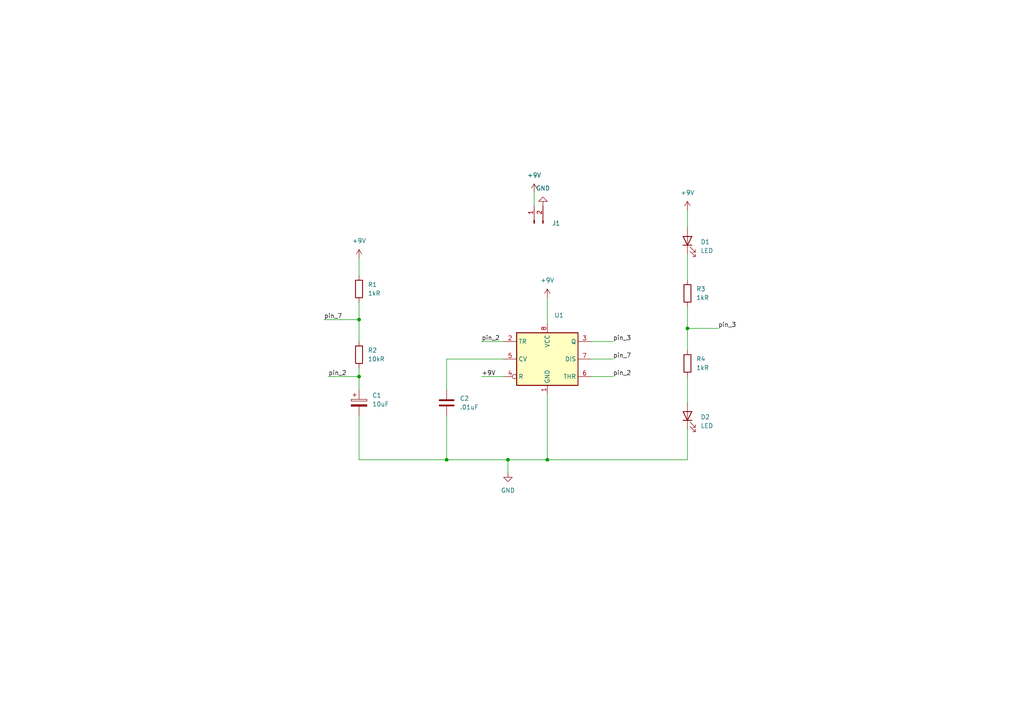
<source format=kicad_sch>
(kicad_sch (version 20211123) (generator eeschema)
  (paper "A4")
  (lib_symbols
    (symbol "Connector:Conn_01x02_Male" (pin_names (offset 1.016) hide)
      (property "Reference" "J" (at 0 2.54 0))
      (property "Value" "Conn_01x02_Male" (at 0 -5.08 0))
      (symbol "Conn_01x02_Male_1_1"
        (polyline (pts (xy 1.27 -2.54) (xy 0.8636 -2.54)) (stroke (width 0.1524)))
        (polyline (pts (xy 1.27 0) (xy 0.8636 0)) (stroke (width 0.1524)))
        (rectangle (start 0.8636 -2.413) (end 0 -2.667) (stroke (width 0.1524)) (fill (type outline)))
        (rectangle (start 0.8636 0.127) (end 0 -0.127) (stroke (width 0.1524)) (fill (type outline)))
        (pin passive line (at 5.08 0 180) (length 3.81) (name "Pin_1") (number "1"))
        (pin passive line (at 5.08 -2.54 180) (length 3.81) (name "Pin_2") (number "2"))
      )
    )
    (symbol "Device:C" (pin_numbers hide) (pin_names (offset 0.254))
      (property "Reference" "C" (at 0.635 2.54 0))
      (property "Value" "C" (at 0.635 -2.54 0))
      (symbol "C_0_1"
        (polyline (pts (xy -2.032 -0.762) (xy 2.032 -0.762)) (stroke (width 0.508)))
        (polyline (pts (xy -2.032 0.762) (xy 2.032 0.762)) (stroke (width 0.508)))
      )
      (symbol "C_1_1"
        (pin passive line (at 0 3.81 270) (length 2.794) (name "~") (number "1"))
        (pin passive line (at 0 -3.81 90) (length 2.794) (name "~") (number "2"))
      )
    )
    (symbol "Device:C_Polarized" (pin_numbers hide) (pin_names (offset 0.254))
      (property "Reference" "C" (at 0.635 2.54 0))
      (property "Value" "C_Polarized" (at 0.635 -2.54 0))
      (symbol "C_Polarized_0_1"
        (rectangle (start -2.286 0.508) (end 2.286 1.016))
        (polyline (pts (xy -1.778 2.286) (xy -0.762 2.286)))
        (polyline (pts (xy -1.27 2.794) (xy -1.27 1.778)))
        (rectangle (start 2.286 -0.508) (end -2.286 -1.016) (fill (type outline)))
      )
      (symbol "C_Polarized_1_1"
        (pin passive line (at 0 3.81 270) (length 2.794) (name "~") (number "1"))
        (pin passive line (at 0 -3.81 90) (length 2.794) (name "~") (number "2"))
      )
    )
    (symbol "Device:LED" (pin_numbers hide) (pin_names (offset 1.016) hide)
      (property "Reference" "D" (at 0 2.54 0))
      (property "Value" "LED" (at 0 -2.54 0))
      (symbol "LED_0_1"
        (polyline (pts (xy -1.27 -1.27) (xy -1.27 1.27)) (stroke (width 0.254)))
        (polyline (pts (xy -1.27 0) (xy 1.27 0)))
        (polyline (pts (xy 1.27 -1.27) (xy 1.27 1.27) (xy -1.27 0) (xy 1.27 -1.27)) (stroke (width 0.254)))
        (polyline (pts (xy -3.048 -0.762) (xy -4.572 -2.286) (xy -3.81 -2.286) (xy -4.572 -2.286) (xy -4.572 -1.524)))
        (polyline (pts (xy -1.778 -0.762) (xy -3.302 -2.286) (xy -2.54 -2.286) (xy -3.302 -2.286) (xy -3.302 -1.524)))
      )
      (symbol "LED_1_1"
        (pin passive line (at -3.81 0 0) (length 2.54) (name "K") (number "1"))
        (pin passive line (at 3.81 0 180) (length 2.54) (name "A") (number "2"))
      )
    )
    (symbol "Device:R" (pin_numbers hide) (pin_names (offset 0))
      (property "Reference" "R" (at 2.032 0 90))
      (property "Value" "R" (at 0 0 90))
      (symbol "R_0_1"
        (rectangle (start -1.016 -2.54) (end 1.016 2.54) (stroke (width 0.254)))
      )
      (symbol "R_1_1"
        (pin passive line (at 0 3.81 270) (length 1.27) (name "~") (number "1"))
        (pin passive line (at 0 -3.81 90) (length 1.27) (name "~") (number "2"))
      )
    )
    (symbol "Timer:NE555D"
      (property "Reference" "U" (at -10.16 8.89 0))
      (property "Value" "NE555D" (at 2.54 8.89 0))
      (symbol "NE555D_0_0"
        (pin power_in line (at 0 -10.16 90) (length 2.54) (name "GND") (number "1"))
        (pin power_in line (at 0 10.16 270) (length 2.54) (name "VCC") (number "8"))
      )
      (symbol "NE555D_0_1"
        (rectangle (start -8.89 -7.62) (end 8.89 7.62) (stroke (width 0.254)) (fill (type background)))
        (rectangle (start -8.89 -7.62) (end 8.89 7.62) (stroke (width 0.254)) (fill (type background)))
      )
      (symbol "NE555D_1_1"
        (pin input line (at -12.7 5.08 0) (length 3.81) (name "TR") (number "2"))
        (pin output line (at 12.7 5.08 180) (length 3.81) (name "Q") (number "3"))
        (pin input inverted (at -12.7 -5.08 0) (length 3.81) (name "R") (number "4"))
        (pin input line (at -12.7 0 0) (length 3.81) (name "CV") (number "5"))
        (pin input line (at 12.7 -5.08 180) (length 3.81) (name "THR") (number "6"))
        (pin input line (at 12.7 0 180) (length 3.81) (name "DIS") (number "7"))
      )
    )
    (symbol "power:+9V" (power) (pin_names (offset 0))
      (property "Value" "+9V" (at 0 3.556 0))
      (symbol "+9V_0_1"
        (polyline (pts (xy -0.762 1.27) (xy 0 2.54)))
        (polyline (pts (xy 0 0) (xy 0 2.54)))
        (polyline (pts (xy 0 2.54) (xy 0.762 1.27)))
      )
      (symbol "+9V_1_1"
        (pin power_in line (at 0 0 90) (length 0) hide (name "+9V") (number "1"))
      )
    )
    (symbol "power:GND" (power) (pin_names (offset 0))
      (property "Value" "GND" (at 0 -3.81 0))
      (symbol "GND_0_1"
        (polyline (pts (xy 0 0) (xy 0 -1.27) (xy 1.27 -1.27) (xy 0 -2.54) (xy -1.27 -1.27) (xy 0 -1.27)))
      )
      (symbol "GND_1_1"
        (pin power_in line (at 0 0 270) (length 0) hide (name "GND") (number "1"))
      )
    )
  )
  (junction (at 158.75 133.35))
  (junction (at 104.14 109.22))
  (junction (at 129.54 133.35))
  (junction (at 104.14 92.71))
  (junction (at 147.32 133.35))
  (junction (at 199.39 95.25))
  (wire (pts (xy 171.45 99.06) (xy 177.8 99.06)))
  (wire (pts (xy 129.54 133.35) (xy 129.54 120.65)))
  (wire (pts (xy 158.75 133.35) (xy 199.39 133.35)))
  (wire (pts (xy 147.32 133.35) (xy 129.54 133.35)))
  (wire (pts (xy 158.75 114.3) (xy 158.75 133.35)))
  (wire (pts (xy 199.39 60.96) (xy 199.39 66.04)))
  (wire (pts (xy 139.7 99.06) (xy 146.05 99.06)))
  (wire (pts (xy 95.25 109.22) (xy 104.14 109.22)))
  (wire (pts (xy 146.05 104.14) (xy 129.54 104.14)))
  (wire (pts (xy 129.54 104.14) (xy 129.54 113.03)))
  (wire (pts (xy 199.39 88.9) (xy 199.39 95.25)))
  (wire (pts (xy 199.39 109.22) (xy 199.39 116.84)))
  (wire (pts (xy 199.39 73.66) (xy 199.39 81.28)))
  (wire (pts (xy 104.14 106.68) (xy 104.14 109.22)))
  (wire (pts (xy 158.75 86.36) (xy 158.75 93.98)))
  (wire (pts (xy 199.39 124.46) (xy 199.39 133.35)))
  (wire (pts (xy 104.14 87.63) (xy 104.14 92.71)))
  (wire (pts (xy 93.98 92.71) (xy 104.14 92.71)))
  (wire (pts (xy 139.7 109.22) (xy 146.05 109.22)))
  (wire (pts (xy 171.45 104.14) (xy 177.8 104.14)))
  (wire (pts (xy 199.39 95.25) (xy 199.39 101.6)))
  (wire (pts (xy 147.32 133.35) (xy 147.32 137.16)))
  (wire (pts (xy 104.14 133.35) (xy 104.14 120.65)))
  (wire (pts (xy 104.14 74.93) (xy 104.14 80.01)))
  (wire (pts (xy 104.14 92.71) (xy 104.14 99.06)))
  (wire (pts (xy 104.14 109.22) (xy 104.14 113.03)))
  (wire (pts (xy 199.39 95.25) (xy 208.28 95.25)))
  (wire (pts (xy 129.54 133.35) (xy 104.14 133.35)))
  (wire (pts (xy 171.45 109.22) (xy 177.8 109.22)))
  (wire (pts (xy 154.94 55.88) (xy 154.94 59.69)))
  (wire (pts (xy 147.32 133.35) (xy 158.75 133.35)))
  (label "pin_7" (at 177.8 104.14 0))
  (label "pin_2" (at 95.25 109.22 0))
  (label "pin_3" (at 177.8 99.06 0))
  (label "+9V" (at 139.7 109.22 0))
  (label "pin_3" (at 208.28 95.25 0))
  (label "pin_7" (at 93.98 92.71 0))
  (label "pin_2" (at 139.7 99.06 0))
  (label "pin_2" (at 177.8 109.22 0))
  (symbol (lib_id "power:+9V") (at 104.14 74.93 0) (unit 1)
    (property "Reference" "#PWR01" (effects hide))
    (property "Value" "+9V" (at 104.14 69.85 0))
  )
  (symbol (lib_id "Connector:Conn_01x02_Male") (at 154.94 64.77 90) (unit 1)
    (property "Reference" "J1" (at 161.29 64.77 90))
    (property "Value" "Conn_01x02_Male" (effects hide))
    (property "Footprint" "TerminalBlock:TerminalBlock_bornier-2_P5.08mm" (effects hide))
  )
  (symbol (lib_id "Device:LED") (at 199.39 120.65 90) (unit 1)
    (property "Reference" "D2" (at 203.2 120.9674 90) (effects (justify right)))
    (property "Value" "LED" (at 203.2 123.5074 90) (effects (justify right)))
    (property "Footprint" "LED_SMD:LED_1206_3216Metric_Pad1.42x1.75mm_HandSolder" (effects hide))
  )
  (symbol (lib_id "Device:LED") (at 199.39 69.85 90) (unit 1)
    (property "Reference" "D1" (at 203.2 70.1674 90) (effects (justify right)))
    (property "Value" "LED" (at 203.2 72.7074 90) (effects (justify right)))
    (property "Footprint" "LED_SMD:LED_1206_3216Metric_Pad1.42x1.75mm_HandSolder" (effects hide))
  )
  (symbol (lib_id "Timer:NE555D") (at 158.75 104.14 0) (unit 1)
    (property "Reference" "U1" (at 160.7694 91.44 0) (effects (justify left)))
    (property "Value" "NE555D" (effects hide))
    (property "Footprint" "Package_SO:SOIC-8-1EP_3.9x4.9mm_P1.27mm_EP2.29x3mm" (effects hide))
    (property "Datasheet" "http://www.ti.com/lit/ds/symlink/ne555.pdf" (effects hide))
  )
  (symbol (lib_id "power:+9V") (at 199.39 60.96 0) (unit 1)
    (property "Reference" "#PWR06" (effects hide))
    (property "Value" "+9V" (at 199.39 55.88 0))
  )
  (symbol (lib_id "Device:R") (at 104.14 102.87 0) (unit 1)
    (property "Reference" "R2" (at 106.68 101.5999 0) (effects (justify left)))
    (property "Value" "10kR" (at 106.68 104.1399 0) (effects (justify left)))
    (property "Footprint" "Resistor_SMD:R_0805_2012Metric_Pad1.20x1.40mm_HandSolder" (effects hide))
  )
  (symbol (lib_id "power:GND") (at 157.48 59.69 180) (unit 1)
    (property "Reference" "#PWR04" (effects hide))
    (property "Value" "GND" (at 157.48 54.61 0))
  )
  (symbol (lib_id "Device:C") (at 129.54 116.84 0) (unit 1)
    (property "Reference" "C2" (at 133.35 115.5699 0) (effects (justify left)))
    (property "Value" ".01uF" (at 133.35 118.1099 0) (effects (justify left)))
    (property "Footprint" "Capacitor_SMD:C_0805_2012Metric_Pad1.18x1.45mm_HandSolder" (effects hide))
  )
  (symbol (lib_id "Device:R") (at 104.14 83.82 0) (unit 1)
    (property "Reference" "R1" (at 106.68 82.5499 0) (effects (justify left)))
    (property "Value" "1kR" (at 106.68 85.0899 0) (effects (justify left)))
    (property "Footprint" "Resistor_SMD:R_0805_2012Metric_Pad1.20x1.40mm_HandSolder" (effects hide))
  )
  (symbol (lib_id "power:GND") (at 147.32 137.16 0) (unit 1)
    (property "Reference" "#PWR02" (effects hide))
    (property "Value" "GND" (at 147.32 142.24 0))
  )
  (symbol (lib_id "Device:R") (at 199.39 85.09 0) (unit 1)
    (property "Reference" "R3" (at 201.93 83.8199 0) (effects (justify left)))
    (property "Value" "1kR" (at 201.93 86.3599 0) (effects (justify left)))
    (property "Footprint" "Resistor_SMD:R_0805_2012Metric_Pad1.20x1.40mm_HandSolder" (effects hide))
  )
  (symbol (lib_id "power:+9V") (at 154.94 55.88 0) (unit 1)
    (property "Reference" "#PWR03" (effects hide))
    (property "Value" "+9V" (at 154.94 50.8 0))
  )
  (symbol (lib_id "power:+9V") (at 158.75 86.36 0) (unit 1)
    (property "Reference" "#PWR05" (effects hide))
    (property "Value" "+9V" (at 158.75 81.28 0))
  )
  (symbol (lib_id "Device:R") (at 199.39 105.41 0) (unit 1)
    (property "Reference" "R4" (at 201.93 104.1399 0) (effects (justify left)))
    (property "Value" "1kR" (at 201.93 106.6799 0) (effects (justify left)))
    (property "Footprint" "Resistor_SMD:R_0805_2012Metric_Pad1.20x1.40mm_HandSolder" (effects hide))
  )
  (symbol (lib_id "Device:C_Polarized") (at 104.14 116.84 0) (unit 1)
    (property "Reference" "C1" (at 107.95 114.6809 0) (effects (justify left)))
    (property "Value" "10uF" (at 107.95 117.2209 0) (effects (justify left)))
    (property "Footprint" "Capacitor_Tantalum_SMD:CP_EIA-3216-18_Kemet-A_Pad1.58x1.35mm_HandSolder" (effects hide))
  )
)
</source>
